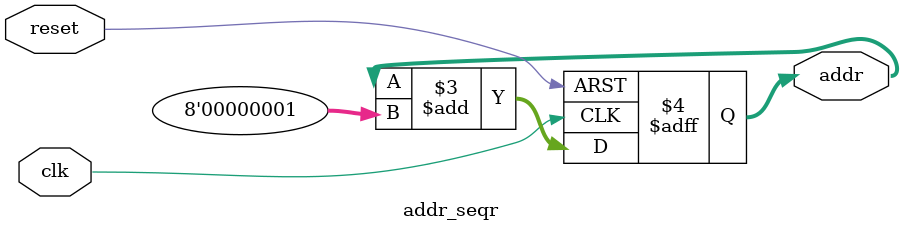
<source format=v>
`timescale 1ns / 1ps
/****************************** C E C S  3 0 1 ******************************
 * 
 * File Name:     addr_seq.v
 * Project:       Lab_Assignment_4
 * Designer:      
 * Email:         
 * Rev. No.:      Version 1.0
 * Rev. Date:     Current Rev. Date
 *
 * Purpose:       
 * 
 * Dependencies:  
 *         
 * Notes:         
 *
 ****************************************************************************/

module addr_seqr( clk, reset, addr );
    input clk, reset;
    output  reg [7:0] addr;
    
    always @ (posedge clk or posedge reset)
        if (reset == 1'b1)
            addr = 8'h0;
        else
            addr = addr + 8'h1;
endmodule

</source>
